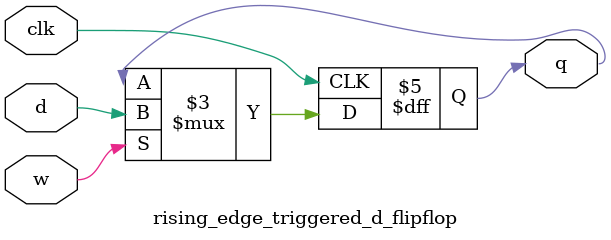
<source format=v>
module rising_edge_triggered_d_flipflop(
    input d, w, clk,
    output reg q);

    initial begin
        q = 0;
    end

    always @(posedge clk) begin
        if(w)
            q <= d;
    end
endmodule
</source>
